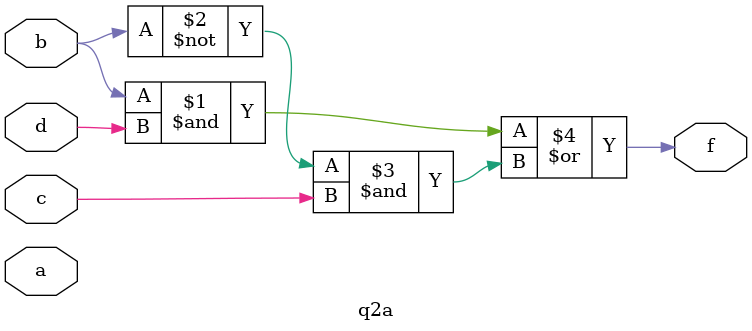
<source format=v>

module q2a(a, b, c, d, f);
    input a, b, c, d;
    output f;

    assign f = (b&d) | (~b&c);

endmodule

</source>
